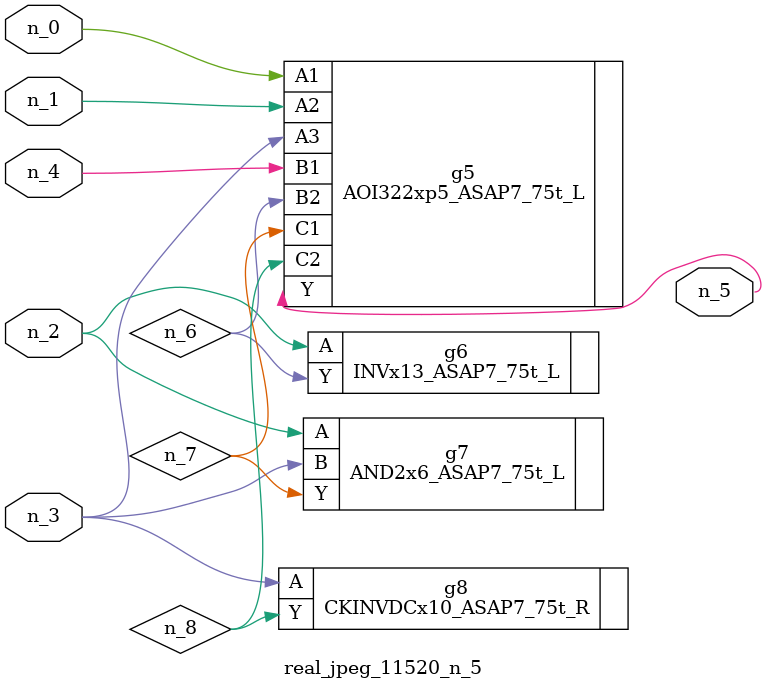
<source format=v>
module real_jpeg_11520_n_5 (n_4, n_0, n_1, n_2, n_3, n_5);

input n_4;
input n_0;
input n_1;
input n_2;
input n_3;

output n_5;

wire n_8;
wire n_6;
wire n_7;

AOI322xp5_ASAP7_75t_L g5 ( 
.A1(n_0),
.A2(n_1),
.A3(n_3),
.B1(n_4),
.B2(n_6),
.C1(n_7),
.C2(n_8),
.Y(n_5)
);

INVx13_ASAP7_75t_L g6 ( 
.A(n_2),
.Y(n_6)
);

AND2x6_ASAP7_75t_L g7 ( 
.A(n_2),
.B(n_3),
.Y(n_7)
);

CKINVDCx10_ASAP7_75t_R g8 ( 
.A(n_3),
.Y(n_8)
);


endmodule
</source>
